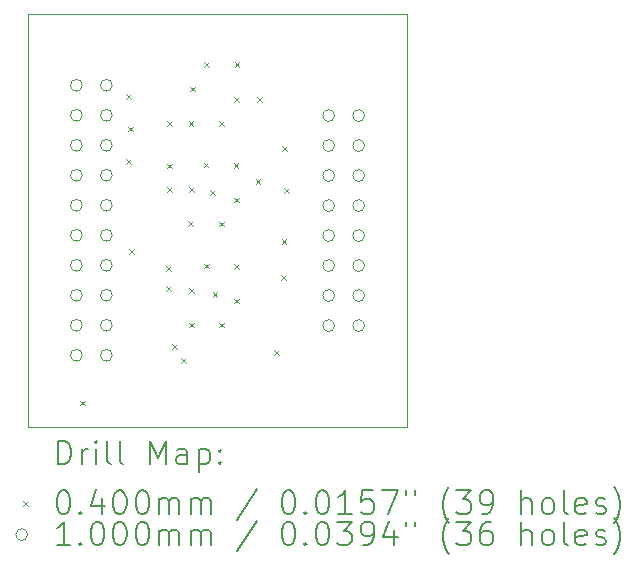
<source format=gbr>
%FSLAX45Y45*%
G04 Gerber Fmt 4.5, Leading zero omitted, Abs format (unit mm)*
G04 Created by KiCad (PCBNEW (6.0.6)) date 2022-08-29 15:05:15*
%MOMM*%
%LPD*%
G01*
G04 APERTURE LIST*
%TA.AperFunction,Profile*%
%ADD10C,0.100000*%
%TD*%
%ADD11C,0.200000*%
%ADD12C,0.040000*%
%ADD13C,0.100000*%
G04 APERTURE END LIST*
D10*
X5245100Y-3274060D02*
X8453120Y-3274060D01*
X8453120Y-3274060D02*
X8453120Y-6776720D01*
X8453120Y-6776720D02*
X5245100Y-6776720D01*
X5245100Y-6776720D02*
X5245100Y-3274060D01*
D11*
D12*
X5684840Y-6550980D02*
X5724840Y-6590980D01*
X5724840Y-6550980D02*
X5684840Y-6590980D01*
X6073460Y-3957640D02*
X6113460Y-3997640D01*
X6113460Y-3957640D02*
X6073460Y-3997640D01*
X6073460Y-4508820D02*
X6113460Y-4548820D01*
X6113460Y-4508820D02*
X6073460Y-4548820D01*
X6091240Y-4231960D02*
X6131240Y-4271960D01*
X6131240Y-4231960D02*
X6091240Y-4271960D01*
X6098860Y-5268280D02*
X6138860Y-5308280D01*
X6138860Y-5268280D02*
X6098860Y-5308280D01*
X6416360Y-5410520D02*
X6456360Y-5450520D01*
X6456360Y-5410520D02*
X6416360Y-5450520D01*
X6416360Y-5583240D02*
X6456360Y-5623240D01*
X6456360Y-5583240D02*
X6416360Y-5623240D01*
X6418900Y-4186240D02*
X6458900Y-4226240D01*
X6458900Y-4186240D02*
X6418900Y-4226240D01*
X6418900Y-4544380D02*
X6458900Y-4584380D01*
X6458900Y-4544380D02*
X6418900Y-4584380D01*
X6418900Y-4742500D02*
X6458900Y-4782500D01*
X6458900Y-4742500D02*
X6418900Y-4782500D01*
X6462080Y-6076000D02*
X6502080Y-6116000D01*
X6502080Y-6076000D02*
X6462080Y-6116000D01*
X6538280Y-6192840D02*
X6578280Y-6232840D01*
X6578280Y-6192840D02*
X6538280Y-6232840D01*
X6601780Y-5034600D02*
X6641780Y-5074600D01*
X6641780Y-5034600D02*
X6601780Y-5074600D01*
X6604130Y-4185120D02*
X6644130Y-4225120D01*
X6644130Y-4185120D02*
X6604130Y-4225120D01*
X6605400Y-5892040D02*
X6645400Y-5932040D01*
X6645400Y-5892040D02*
X6605400Y-5932040D01*
X6606670Y-4743620D02*
X6646670Y-4783620D01*
X6646670Y-4743620D02*
X6606670Y-4783620D01*
X6607690Y-5598480D02*
X6647690Y-5638480D01*
X6647690Y-5598480D02*
X6607690Y-5638480D01*
X6615310Y-3894140D02*
X6655310Y-3934140D01*
X6655310Y-3894140D02*
X6615310Y-3934140D01*
X6731130Y-4537880D02*
X6771130Y-4577880D01*
X6771130Y-4537880D02*
X6731130Y-4577880D01*
X6733480Y-5392740D02*
X6773480Y-5432740D01*
X6773480Y-5392740D02*
X6733480Y-5432740D01*
X6734135Y-3685585D02*
X6774135Y-3725585D01*
X6774135Y-3685585D02*
X6734135Y-3725585D01*
X6784660Y-4767900D02*
X6824660Y-4807900D01*
X6824660Y-4767900D02*
X6784660Y-4807900D01*
X6807520Y-5634040D02*
X6847520Y-5674040D01*
X6847520Y-5634040D02*
X6807520Y-5674040D01*
X6860670Y-5036840D02*
X6900670Y-5076840D01*
X6900670Y-5036840D02*
X6860670Y-5076840D01*
X6863210Y-4183700D02*
X6903210Y-4223700D01*
X6903210Y-4183700D02*
X6863210Y-4223700D01*
X6863210Y-5891700D02*
X6903210Y-5931700D01*
X6903210Y-5891700D02*
X6863210Y-5931700D01*
X6985320Y-4541840D02*
X7025320Y-4581840D01*
X7025320Y-4541840D02*
X6985320Y-4581840D01*
X6986650Y-4832520D02*
X7026650Y-4872520D01*
X7026650Y-4832520D02*
X6986650Y-4872520D01*
X6990210Y-5396700D02*
X7030210Y-5436700D01*
X7030210Y-5396700D02*
X6990210Y-5436700D01*
X6991730Y-3983040D02*
X7031730Y-4023040D01*
X7031730Y-3983040D02*
X6991730Y-4023040D01*
X6991730Y-5687380D02*
X7031730Y-5727380D01*
X7031730Y-5687380D02*
X6991730Y-5727380D01*
X6992940Y-3683320D02*
X7032940Y-3723320D01*
X7032940Y-3683320D02*
X6992940Y-3723320D01*
X7170740Y-4679000D02*
X7210740Y-4719000D01*
X7210740Y-4679000D02*
X7170740Y-4719000D01*
X7180900Y-3983040D02*
X7220900Y-4023040D01*
X7220900Y-3983040D02*
X7180900Y-4023040D01*
X7325680Y-6121720D02*
X7365680Y-6161720D01*
X7365680Y-6121720D02*
X7325680Y-6161720D01*
X7384100Y-5491800D02*
X7424100Y-5531800D01*
X7424100Y-5491800D02*
X7384100Y-5531800D01*
X7391720Y-5181920D02*
X7431720Y-5221920D01*
X7431720Y-5181920D02*
X7391720Y-5221920D01*
X7396800Y-4394520D02*
X7436800Y-4434520D01*
X7436800Y-4394520D02*
X7396800Y-4434520D01*
X7412040Y-4750120D02*
X7452040Y-4790120D01*
X7452040Y-4750120D02*
X7412040Y-4790120D01*
D13*
X5702620Y-3881890D02*
G75*
G03*
X5702620Y-3881890I-50000J0D01*
G01*
X5702620Y-4135890D02*
G75*
G03*
X5702620Y-4135890I-50000J0D01*
G01*
X5702620Y-4389890D02*
G75*
G03*
X5702620Y-4389890I-50000J0D01*
G01*
X5702620Y-4643890D02*
G75*
G03*
X5702620Y-4643890I-50000J0D01*
G01*
X5702620Y-4897890D02*
G75*
G03*
X5702620Y-4897890I-50000J0D01*
G01*
X5702620Y-5151890D02*
G75*
G03*
X5702620Y-5151890I-50000J0D01*
G01*
X5702620Y-5405890D02*
G75*
G03*
X5702620Y-5405890I-50000J0D01*
G01*
X5702620Y-5659890D02*
G75*
G03*
X5702620Y-5659890I-50000J0D01*
G01*
X5702620Y-5913890D02*
G75*
G03*
X5702620Y-5913890I-50000J0D01*
G01*
X5702620Y-6167890D02*
G75*
G03*
X5702620Y-6167890I-50000J0D01*
G01*
X5956620Y-3881890D02*
G75*
G03*
X5956620Y-3881890I-50000J0D01*
G01*
X5956620Y-4135890D02*
G75*
G03*
X5956620Y-4135890I-50000J0D01*
G01*
X5956620Y-4389890D02*
G75*
G03*
X5956620Y-4389890I-50000J0D01*
G01*
X5956620Y-4643890D02*
G75*
G03*
X5956620Y-4643890I-50000J0D01*
G01*
X5956620Y-4897890D02*
G75*
G03*
X5956620Y-4897890I-50000J0D01*
G01*
X5956620Y-5151890D02*
G75*
G03*
X5956620Y-5151890I-50000J0D01*
G01*
X5956620Y-5405890D02*
G75*
G03*
X5956620Y-5405890I-50000J0D01*
G01*
X5956620Y-5659890D02*
G75*
G03*
X5956620Y-5659890I-50000J0D01*
G01*
X5956620Y-5913890D02*
G75*
G03*
X5956620Y-5913890I-50000J0D01*
G01*
X5956620Y-6167890D02*
G75*
G03*
X5956620Y-6167890I-50000J0D01*
G01*
X7839060Y-4137890D02*
G75*
G03*
X7839060Y-4137890I-50000J0D01*
G01*
X7839060Y-4391890D02*
G75*
G03*
X7839060Y-4391890I-50000J0D01*
G01*
X7839060Y-4645890D02*
G75*
G03*
X7839060Y-4645890I-50000J0D01*
G01*
X7839060Y-4899890D02*
G75*
G03*
X7839060Y-4899890I-50000J0D01*
G01*
X7839060Y-5153890D02*
G75*
G03*
X7839060Y-5153890I-50000J0D01*
G01*
X7839060Y-5407890D02*
G75*
G03*
X7839060Y-5407890I-50000J0D01*
G01*
X7839060Y-5661890D02*
G75*
G03*
X7839060Y-5661890I-50000J0D01*
G01*
X7839060Y-5915890D02*
G75*
G03*
X7839060Y-5915890I-50000J0D01*
G01*
X8093060Y-4137890D02*
G75*
G03*
X8093060Y-4137890I-50000J0D01*
G01*
X8093060Y-4391890D02*
G75*
G03*
X8093060Y-4391890I-50000J0D01*
G01*
X8093060Y-4645890D02*
G75*
G03*
X8093060Y-4645890I-50000J0D01*
G01*
X8093060Y-4899890D02*
G75*
G03*
X8093060Y-4899890I-50000J0D01*
G01*
X8093060Y-5153890D02*
G75*
G03*
X8093060Y-5153890I-50000J0D01*
G01*
X8093060Y-5407890D02*
G75*
G03*
X8093060Y-5407890I-50000J0D01*
G01*
X8093060Y-5661890D02*
G75*
G03*
X8093060Y-5661890I-50000J0D01*
G01*
X8093060Y-5915890D02*
G75*
G03*
X8093060Y-5915890I-50000J0D01*
G01*
D11*
X5497719Y-7092196D02*
X5497719Y-6892196D01*
X5545338Y-6892196D01*
X5573910Y-6901720D01*
X5592957Y-6920768D01*
X5602481Y-6939815D01*
X5612005Y-6977910D01*
X5612005Y-7006482D01*
X5602481Y-7044577D01*
X5592957Y-7063625D01*
X5573910Y-7082672D01*
X5545338Y-7092196D01*
X5497719Y-7092196D01*
X5697719Y-7092196D02*
X5697719Y-6958863D01*
X5697719Y-6996958D02*
X5707243Y-6977910D01*
X5716767Y-6968387D01*
X5735814Y-6958863D01*
X5754862Y-6958863D01*
X5821528Y-7092196D02*
X5821528Y-6958863D01*
X5821528Y-6892196D02*
X5812005Y-6901720D01*
X5821528Y-6911244D01*
X5831052Y-6901720D01*
X5821528Y-6892196D01*
X5821528Y-6911244D01*
X5945338Y-7092196D02*
X5926290Y-7082672D01*
X5916767Y-7063625D01*
X5916767Y-6892196D01*
X6050100Y-7092196D02*
X6031052Y-7082672D01*
X6021528Y-7063625D01*
X6021528Y-6892196D01*
X6278671Y-7092196D02*
X6278671Y-6892196D01*
X6345338Y-7035053D01*
X6412005Y-6892196D01*
X6412005Y-7092196D01*
X6592957Y-7092196D02*
X6592957Y-6987434D01*
X6583433Y-6968387D01*
X6564386Y-6958863D01*
X6526290Y-6958863D01*
X6507243Y-6968387D01*
X6592957Y-7082672D02*
X6573909Y-7092196D01*
X6526290Y-7092196D01*
X6507243Y-7082672D01*
X6497719Y-7063625D01*
X6497719Y-7044577D01*
X6507243Y-7025529D01*
X6526290Y-7016006D01*
X6573909Y-7016006D01*
X6592957Y-7006482D01*
X6688195Y-6958863D02*
X6688195Y-7158863D01*
X6688195Y-6968387D02*
X6707243Y-6958863D01*
X6745338Y-6958863D01*
X6764386Y-6968387D01*
X6773909Y-6977910D01*
X6783433Y-6996958D01*
X6783433Y-7054101D01*
X6773909Y-7073148D01*
X6764386Y-7082672D01*
X6745338Y-7092196D01*
X6707243Y-7092196D01*
X6688195Y-7082672D01*
X6869148Y-7073148D02*
X6878671Y-7082672D01*
X6869148Y-7092196D01*
X6859624Y-7082672D01*
X6869148Y-7073148D01*
X6869148Y-7092196D01*
X6869148Y-6968387D02*
X6878671Y-6977910D01*
X6869148Y-6987434D01*
X6859624Y-6977910D01*
X6869148Y-6968387D01*
X6869148Y-6987434D01*
D12*
X5200100Y-7401720D02*
X5240100Y-7441720D01*
X5240100Y-7401720D02*
X5200100Y-7441720D01*
D11*
X5535814Y-7312196D02*
X5554862Y-7312196D01*
X5573910Y-7321720D01*
X5583433Y-7331244D01*
X5592957Y-7350291D01*
X5602481Y-7388387D01*
X5602481Y-7436006D01*
X5592957Y-7474101D01*
X5583433Y-7493148D01*
X5573910Y-7502672D01*
X5554862Y-7512196D01*
X5535814Y-7512196D01*
X5516767Y-7502672D01*
X5507243Y-7493148D01*
X5497719Y-7474101D01*
X5488195Y-7436006D01*
X5488195Y-7388387D01*
X5497719Y-7350291D01*
X5507243Y-7331244D01*
X5516767Y-7321720D01*
X5535814Y-7312196D01*
X5688195Y-7493148D02*
X5697719Y-7502672D01*
X5688195Y-7512196D01*
X5678671Y-7502672D01*
X5688195Y-7493148D01*
X5688195Y-7512196D01*
X5869148Y-7378863D02*
X5869148Y-7512196D01*
X5821528Y-7302672D02*
X5773909Y-7445529D01*
X5897719Y-7445529D01*
X6012005Y-7312196D02*
X6031052Y-7312196D01*
X6050100Y-7321720D01*
X6059624Y-7331244D01*
X6069148Y-7350291D01*
X6078671Y-7388387D01*
X6078671Y-7436006D01*
X6069148Y-7474101D01*
X6059624Y-7493148D01*
X6050100Y-7502672D01*
X6031052Y-7512196D01*
X6012005Y-7512196D01*
X5992957Y-7502672D01*
X5983433Y-7493148D01*
X5973909Y-7474101D01*
X5964386Y-7436006D01*
X5964386Y-7388387D01*
X5973909Y-7350291D01*
X5983433Y-7331244D01*
X5992957Y-7321720D01*
X6012005Y-7312196D01*
X6202481Y-7312196D02*
X6221528Y-7312196D01*
X6240576Y-7321720D01*
X6250100Y-7331244D01*
X6259624Y-7350291D01*
X6269148Y-7388387D01*
X6269148Y-7436006D01*
X6259624Y-7474101D01*
X6250100Y-7493148D01*
X6240576Y-7502672D01*
X6221528Y-7512196D01*
X6202481Y-7512196D01*
X6183433Y-7502672D01*
X6173909Y-7493148D01*
X6164386Y-7474101D01*
X6154862Y-7436006D01*
X6154862Y-7388387D01*
X6164386Y-7350291D01*
X6173909Y-7331244D01*
X6183433Y-7321720D01*
X6202481Y-7312196D01*
X6354862Y-7512196D02*
X6354862Y-7378863D01*
X6354862Y-7397910D02*
X6364386Y-7388387D01*
X6383433Y-7378863D01*
X6412005Y-7378863D01*
X6431052Y-7388387D01*
X6440576Y-7407434D01*
X6440576Y-7512196D01*
X6440576Y-7407434D02*
X6450100Y-7388387D01*
X6469148Y-7378863D01*
X6497719Y-7378863D01*
X6516767Y-7388387D01*
X6526290Y-7407434D01*
X6526290Y-7512196D01*
X6621528Y-7512196D02*
X6621528Y-7378863D01*
X6621528Y-7397910D02*
X6631052Y-7388387D01*
X6650100Y-7378863D01*
X6678671Y-7378863D01*
X6697719Y-7388387D01*
X6707243Y-7407434D01*
X6707243Y-7512196D01*
X6707243Y-7407434D02*
X6716767Y-7388387D01*
X6735814Y-7378863D01*
X6764386Y-7378863D01*
X6783433Y-7388387D01*
X6792957Y-7407434D01*
X6792957Y-7512196D01*
X7183433Y-7302672D02*
X7012005Y-7559815D01*
X7440576Y-7312196D02*
X7459624Y-7312196D01*
X7478671Y-7321720D01*
X7488195Y-7331244D01*
X7497719Y-7350291D01*
X7507243Y-7388387D01*
X7507243Y-7436006D01*
X7497719Y-7474101D01*
X7488195Y-7493148D01*
X7478671Y-7502672D01*
X7459624Y-7512196D01*
X7440576Y-7512196D01*
X7421528Y-7502672D01*
X7412005Y-7493148D01*
X7402481Y-7474101D01*
X7392957Y-7436006D01*
X7392957Y-7388387D01*
X7402481Y-7350291D01*
X7412005Y-7331244D01*
X7421528Y-7321720D01*
X7440576Y-7312196D01*
X7592957Y-7493148D02*
X7602481Y-7502672D01*
X7592957Y-7512196D01*
X7583433Y-7502672D01*
X7592957Y-7493148D01*
X7592957Y-7512196D01*
X7726290Y-7312196D02*
X7745338Y-7312196D01*
X7764386Y-7321720D01*
X7773909Y-7331244D01*
X7783433Y-7350291D01*
X7792957Y-7388387D01*
X7792957Y-7436006D01*
X7783433Y-7474101D01*
X7773909Y-7493148D01*
X7764386Y-7502672D01*
X7745338Y-7512196D01*
X7726290Y-7512196D01*
X7707243Y-7502672D01*
X7697719Y-7493148D01*
X7688195Y-7474101D01*
X7678671Y-7436006D01*
X7678671Y-7388387D01*
X7688195Y-7350291D01*
X7697719Y-7331244D01*
X7707243Y-7321720D01*
X7726290Y-7312196D01*
X7983433Y-7512196D02*
X7869148Y-7512196D01*
X7926290Y-7512196D02*
X7926290Y-7312196D01*
X7907243Y-7340768D01*
X7888195Y-7359815D01*
X7869148Y-7369339D01*
X8164386Y-7312196D02*
X8069148Y-7312196D01*
X8059624Y-7407434D01*
X8069148Y-7397910D01*
X8088195Y-7388387D01*
X8135814Y-7388387D01*
X8154862Y-7397910D01*
X8164386Y-7407434D01*
X8173909Y-7426482D01*
X8173909Y-7474101D01*
X8164386Y-7493148D01*
X8154862Y-7502672D01*
X8135814Y-7512196D01*
X8088195Y-7512196D01*
X8069148Y-7502672D01*
X8059624Y-7493148D01*
X8240576Y-7312196D02*
X8373909Y-7312196D01*
X8288195Y-7512196D01*
X8440576Y-7312196D02*
X8440576Y-7350291D01*
X8516767Y-7312196D02*
X8516767Y-7350291D01*
X8812005Y-7588387D02*
X8802481Y-7578863D01*
X8783433Y-7550291D01*
X8773910Y-7531244D01*
X8764386Y-7502672D01*
X8754862Y-7455053D01*
X8754862Y-7416958D01*
X8764386Y-7369339D01*
X8773910Y-7340768D01*
X8783433Y-7321720D01*
X8802481Y-7293148D01*
X8812005Y-7283625D01*
X8869148Y-7312196D02*
X8992957Y-7312196D01*
X8926290Y-7388387D01*
X8954862Y-7388387D01*
X8973910Y-7397910D01*
X8983433Y-7407434D01*
X8992957Y-7426482D01*
X8992957Y-7474101D01*
X8983433Y-7493148D01*
X8973910Y-7502672D01*
X8954862Y-7512196D01*
X8897719Y-7512196D01*
X8878671Y-7502672D01*
X8869148Y-7493148D01*
X9088195Y-7512196D02*
X9126290Y-7512196D01*
X9145338Y-7502672D01*
X9154862Y-7493148D01*
X9173910Y-7464577D01*
X9183433Y-7426482D01*
X9183433Y-7350291D01*
X9173910Y-7331244D01*
X9164386Y-7321720D01*
X9145338Y-7312196D01*
X9107243Y-7312196D01*
X9088195Y-7321720D01*
X9078671Y-7331244D01*
X9069148Y-7350291D01*
X9069148Y-7397910D01*
X9078671Y-7416958D01*
X9088195Y-7426482D01*
X9107243Y-7436006D01*
X9145338Y-7436006D01*
X9164386Y-7426482D01*
X9173910Y-7416958D01*
X9183433Y-7397910D01*
X9421529Y-7512196D02*
X9421529Y-7312196D01*
X9507243Y-7512196D02*
X9507243Y-7407434D01*
X9497719Y-7388387D01*
X9478671Y-7378863D01*
X9450100Y-7378863D01*
X9431052Y-7388387D01*
X9421529Y-7397910D01*
X9631052Y-7512196D02*
X9612005Y-7502672D01*
X9602481Y-7493148D01*
X9592957Y-7474101D01*
X9592957Y-7416958D01*
X9602481Y-7397910D01*
X9612005Y-7388387D01*
X9631052Y-7378863D01*
X9659624Y-7378863D01*
X9678671Y-7388387D01*
X9688195Y-7397910D01*
X9697719Y-7416958D01*
X9697719Y-7474101D01*
X9688195Y-7493148D01*
X9678671Y-7502672D01*
X9659624Y-7512196D01*
X9631052Y-7512196D01*
X9812005Y-7512196D02*
X9792957Y-7502672D01*
X9783433Y-7483625D01*
X9783433Y-7312196D01*
X9964386Y-7502672D02*
X9945338Y-7512196D01*
X9907243Y-7512196D01*
X9888195Y-7502672D01*
X9878671Y-7483625D01*
X9878671Y-7407434D01*
X9888195Y-7388387D01*
X9907243Y-7378863D01*
X9945338Y-7378863D01*
X9964386Y-7388387D01*
X9973910Y-7407434D01*
X9973910Y-7426482D01*
X9878671Y-7445529D01*
X10050100Y-7502672D02*
X10069148Y-7512196D01*
X10107243Y-7512196D01*
X10126290Y-7502672D01*
X10135814Y-7483625D01*
X10135814Y-7474101D01*
X10126290Y-7455053D01*
X10107243Y-7445529D01*
X10078671Y-7445529D01*
X10059624Y-7436006D01*
X10050100Y-7416958D01*
X10050100Y-7407434D01*
X10059624Y-7388387D01*
X10078671Y-7378863D01*
X10107243Y-7378863D01*
X10126290Y-7388387D01*
X10202481Y-7588387D02*
X10212005Y-7578863D01*
X10231052Y-7550291D01*
X10240576Y-7531244D01*
X10250100Y-7502672D01*
X10259624Y-7455053D01*
X10259624Y-7416958D01*
X10250100Y-7369339D01*
X10240576Y-7340768D01*
X10231052Y-7321720D01*
X10212005Y-7293148D01*
X10202481Y-7283625D01*
D13*
X5240100Y-7685720D02*
G75*
G03*
X5240100Y-7685720I-50000J0D01*
G01*
D11*
X5602481Y-7776196D02*
X5488195Y-7776196D01*
X5545338Y-7776196D02*
X5545338Y-7576196D01*
X5526290Y-7604768D01*
X5507243Y-7623815D01*
X5488195Y-7633339D01*
X5688195Y-7757148D02*
X5697719Y-7766672D01*
X5688195Y-7776196D01*
X5678671Y-7766672D01*
X5688195Y-7757148D01*
X5688195Y-7776196D01*
X5821528Y-7576196D02*
X5840576Y-7576196D01*
X5859624Y-7585720D01*
X5869148Y-7595244D01*
X5878671Y-7614291D01*
X5888195Y-7652387D01*
X5888195Y-7700006D01*
X5878671Y-7738101D01*
X5869148Y-7757148D01*
X5859624Y-7766672D01*
X5840576Y-7776196D01*
X5821528Y-7776196D01*
X5802481Y-7766672D01*
X5792957Y-7757148D01*
X5783433Y-7738101D01*
X5773909Y-7700006D01*
X5773909Y-7652387D01*
X5783433Y-7614291D01*
X5792957Y-7595244D01*
X5802481Y-7585720D01*
X5821528Y-7576196D01*
X6012005Y-7576196D02*
X6031052Y-7576196D01*
X6050100Y-7585720D01*
X6059624Y-7595244D01*
X6069148Y-7614291D01*
X6078671Y-7652387D01*
X6078671Y-7700006D01*
X6069148Y-7738101D01*
X6059624Y-7757148D01*
X6050100Y-7766672D01*
X6031052Y-7776196D01*
X6012005Y-7776196D01*
X5992957Y-7766672D01*
X5983433Y-7757148D01*
X5973909Y-7738101D01*
X5964386Y-7700006D01*
X5964386Y-7652387D01*
X5973909Y-7614291D01*
X5983433Y-7595244D01*
X5992957Y-7585720D01*
X6012005Y-7576196D01*
X6202481Y-7576196D02*
X6221528Y-7576196D01*
X6240576Y-7585720D01*
X6250100Y-7595244D01*
X6259624Y-7614291D01*
X6269148Y-7652387D01*
X6269148Y-7700006D01*
X6259624Y-7738101D01*
X6250100Y-7757148D01*
X6240576Y-7766672D01*
X6221528Y-7776196D01*
X6202481Y-7776196D01*
X6183433Y-7766672D01*
X6173909Y-7757148D01*
X6164386Y-7738101D01*
X6154862Y-7700006D01*
X6154862Y-7652387D01*
X6164386Y-7614291D01*
X6173909Y-7595244D01*
X6183433Y-7585720D01*
X6202481Y-7576196D01*
X6354862Y-7776196D02*
X6354862Y-7642863D01*
X6354862Y-7661910D02*
X6364386Y-7652387D01*
X6383433Y-7642863D01*
X6412005Y-7642863D01*
X6431052Y-7652387D01*
X6440576Y-7671434D01*
X6440576Y-7776196D01*
X6440576Y-7671434D02*
X6450100Y-7652387D01*
X6469148Y-7642863D01*
X6497719Y-7642863D01*
X6516767Y-7652387D01*
X6526290Y-7671434D01*
X6526290Y-7776196D01*
X6621528Y-7776196D02*
X6621528Y-7642863D01*
X6621528Y-7661910D02*
X6631052Y-7652387D01*
X6650100Y-7642863D01*
X6678671Y-7642863D01*
X6697719Y-7652387D01*
X6707243Y-7671434D01*
X6707243Y-7776196D01*
X6707243Y-7671434D02*
X6716767Y-7652387D01*
X6735814Y-7642863D01*
X6764386Y-7642863D01*
X6783433Y-7652387D01*
X6792957Y-7671434D01*
X6792957Y-7776196D01*
X7183433Y-7566672D02*
X7012005Y-7823815D01*
X7440576Y-7576196D02*
X7459624Y-7576196D01*
X7478671Y-7585720D01*
X7488195Y-7595244D01*
X7497719Y-7614291D01*
X7507243Y-7652387D01*
X7507243Y-7700006D01*
X7497719Y-7738101D01*
X7488195Y-7757148D01*
X7478671Y-7766672D01*
X7459624Y-7776196D01*
X7440576Y-7776196D01*
X7421528Y-7766672D01*
X7412005Y-7757148D01*
X7402481Y-7738101D01*
X7392957Y-7700006D01*
X7392957Y-7652387D01*
X7402481Y-7614291D01*
X7412005Y-7595244D01*
X7421528Y-7585720D01*
X7440576Y-7576196D01*
X7592957Y-7757148D02*
X7602481Y-7766672D01*
X7592957Y-7776196D01*
X7583433Y-7766672D01*
X7592957Y-7757148D01*
X7592957Y-7776196D01*
X7726290Y-7576196D02*
X7745338Y-7576196D01*
X7764386Y-7585720D01*
X7773909Y-7595244D01*
X7783433Y-7614291D01*
X7792957Y-7652387D01*
X7792957Y-7700006D01*
X7783433Y-7738101D01*
X7773909Y-7757148D01*
X7764386Y-7766672D01*
X7745338Y-7776196D01*
X7726290Y-7776196D01*
X7707243Y-7766672D01*
X7697719Y-7757148D01*
X7688195Y-7738101D01*
X7678671Y-7700006D01*
X7678671Y-7652387D01*
X7688195Y-7614291D01*
X7697719Y-7595244D01*
X7707243Y-7585720D01*
X7726290Y-7576196D01*
X7859624Y-7576196D02*
X7983433Y-7576196D01*
X7916767Y-7652387D01*
X7945338Y-7652387D01*
X7964386Y-7661910D01*
X7973909Y-7671434D01*
X7983433Y-7690482D01*
X7983433Y-7738101D01*
X7973909Y-7757148D01*
X7964386Y-7766672D01*
X7945338Y-7776196D01*
X7888195Y-7776196D01*
X7869148Y-7766672D01*
X7859624Y-7757148D01*
X8078671Y-7776196D02*
X8116767Y-7776196D01*
X8135814Y-7766672D01*
X8145338Y-7757148D01*
X8164386Y-7728577D01*
X8173909Y-7690482D01*
X8173909Y-7614291D01*
X8164386Y-7595244D01*
X8154862Y-7585720D01*
X8135814Y-7576196D01*
X8097719Y-7576196D01*
X8078671Y-7585720D01*
X8069148Y-7595244D01*
X8059624Y-7614291D01*
X8059624Y-7661910D01*
X8069148Y-7680958D01*
X8078671Y-7690482D01*
X8097719Y-7700006D01*
X8135814Y-7700006D01*
X8154862Y-7690482D01*
X8164386Y-7680958D01*
X8173909Y-7661910D01*
X8345338Y-7642863D02*
X8345338Y-7776196D01*
X8297719Y-7566672D02*
X8250100Y-7709529D01*
X8373909Y-7709529D01*
X8440576Y-7576196D02*
X8440576Y-7614291D01*
X8516767Y-7576196D02*
X8516767Y-7614291D01*
X8812005Y-7852387D02*
X8802481Y-7842863D01*
X8783433Y-7814291D01*
X8773910Y-7795244D01*
X8764386Y-7766672D01*
X8754862Y-7719053D01*
X8754862Y-7680958D01*
X8764386Y-7633339D01*
X8773910Y-7604768D01*
X8783433Y-7585720D01*
X8802481Y-7557148D01*
X8812005Y-7547625D01*
X8869148Y-7576196D02*
X8992957Y-7576196D01*
X8926290Y-7652387D01*
X8954862Y-7652387D01*
X8973910Y-7661910D01*
X8983433Y-7671434D01*
X8992957Y-7690482D01*
X8992957Y-7738101D01*
X8983433Y-7757148D01*
X8973910Y-7766672D01*
X8954862Y-7776196D01*
X8897719Y-7776196D01*
X8878671Y-7766672D01*
X8869148Y-7757148D01*
X9164386Y-7576196D02*
X9126290Y-7576196D01*
X9107243Y-7585720D01*
X9097719Y-7595244D01*
X9078671Y-7623815D01*
X9069148Y-7661910D01*
X9069148Y-7738101D01*
X9078671Y-7757148D01*
X9088195Y-7766672D01*
X9107243Y-7776196D01*
X9145338Y-7776196D01*
X9164386Y-7766672D01*
X9173910Y-7757148D01*
X9183433Y-7738101D01*
X9183433Y-7690482D01*
X9173910Y-7671434D01*
X9164386Y-7661910D01*
X9145338Y-7652387D01*
X9107243Y-7652387D01*
X9088195Y-7661910D01*
X9078671Y-7671434D01*
X9069148Y-7690482D01*
X9421529Y-7776196D02*
X9421529Y-7576196D01*
X9507243Y-7776196D02*
X9507243Y-7671434D01*
X9497719Y-7652387D01*
X9478671Y-7642863D01*
X9450100Y-7642863D01*
X9431052Y-7652387D01*
X9421529Y-7661910D01*
X9631052Y-7776196D02*
X9612005Y-7766672D01*
X9602481Y-7757148D01*
X9592957Y-7738101D01*
X9592957Y-7680958D01*
X9602481Y-7661910D01*
X9612005Y-7652387D01*
X9631052Y-7642863D01*
X9659624Y-7642863D01*
X9678671Y-7652387D01*
X9688195Y-7661910D01*
X9697719Y-7680958D01*
X9697719Y-7738101D01*
X9688195Y-7757148D01*
X9678671Y-7766672D01*
X9659624Y-7776196D01*
X9631052Y-7776196D01*
X9812005Y-7776196D02*
X9792957Y-7766672D01*
X9783433Y-7747625D01*
X9783433Y-7576196D01*
X9964386Y-7766672D02*
X9945338Y-7776196D01*
X9907243Y-7776196D01*
X9888195Y-7766672D01*
X9878671Y-7747625D01*
X9878671Y-7671434D01*
X9888195Y-7652387D01*
X9907243Y-7642863D01*
X9945338Y-7642863D01*
X9964386Y-7652387D01*
X9973910Y-7671434D01*
X9973910Y-7690482D01*
X9878671Y-7709529D01*
X10050100Y-7766672D02*
X10069148Y-7776196D01*
X10107243Y-7776196D01*
X10126290Y-7766672D01*
X10135814Y-7747625D01*
X10135814Y-7738101D01*
X10126290Y-7719053D01*
X10107243Y-7709529D01*
X10078671Y-7709529D01*
X10059624Y-7700006D01*
X10050100Y-7680958D01*
X10050100Y-7671434D01*
X10059624Y-7652387D01*
X10078671Y-7642863D01*
X10107243Y-7642863D01*
X10126290Y-7652387D01*
X10202481Y-7852387D02*
X10212005Y-7842863D01*
X10231052Y-7814291D01*
X10240576Y-7795244D01*
X10250100Y-7766672D01*
X10259624Y-7719053D01*
X10259624Y-7680958D01*
X10250100Y-7633339D01*
X10240576Y-7604768D01*
X10231052Y-7585720D01*
X10212005Y-7557148D01*
X10202481Y-7547625D01*
M02*

</source>
